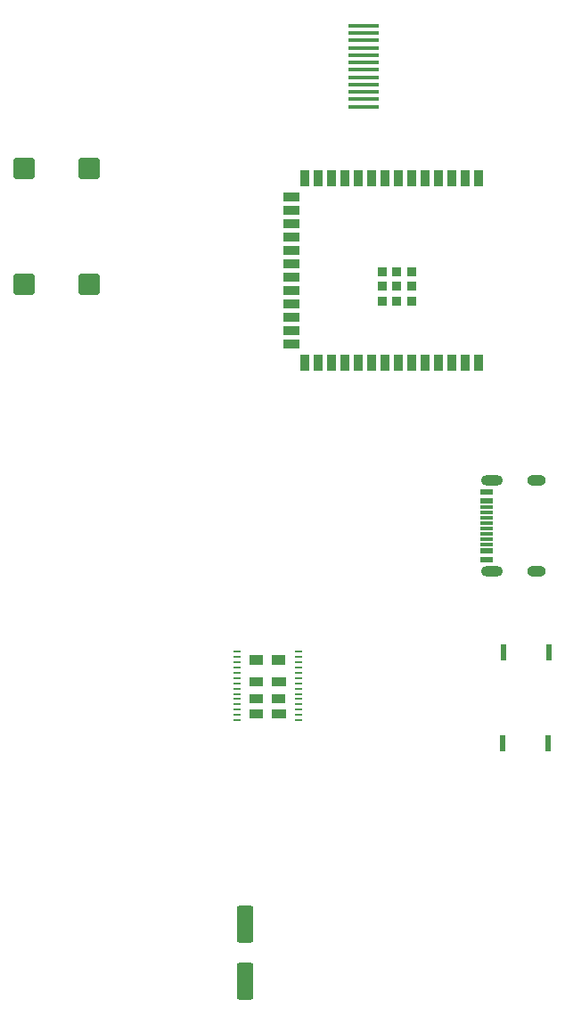
<source format=gbr>
%TF.GenerationSoftware,KiCad,Pcbnew,7.0.2*%
%TF.CreationDate,2024-01-11T01:28:16+01:00*%
%TF.ProjectId,bitaxe_RGZ_204_MOD_C,62697461-7865-45f5-9247-5a5f3230345f,rev?*%
%TF.SameCoordinates,Original*%
%TF.FileFunction,Paste,Bot*%
%TF.FilePolarity,Positive*%
%FSLAX46Y46*%
G04 Gerber Fmt 4.6, Leading zero omitted, Abs format (unit mm)*
G04 Created by KiCad (PCBNEW 7.0.2) date 2024-01-11 01:28:16*
%MOMM*%
%LPD*%
G01*
G04 APERTURE LIST*
G04 Aperture macros list*
%AMRoundRect*
0 Rectangle with rounded corners*
0 $1 Rounding radius*
0 $2 $3 $4 $5 $6 $7 $8 $9 X,Y pos of 4 corners*
0 Add a 4 corners polygon primitive as box body*
4,1,4,$2,$3,$4,$5,$6,$7,$8,$9,$2,$3,0*
0 Add four circle primitives for the rounded corners*
1,1,$1+$1,$2,$3*
1,1,$1+$1,$4,$5*
1,1,$1+$1,$6,$7*
1,1,$1+$1,$8,$9*
0 Add four rect primitives between the rounded corners*
20,1,$1+$1,$2,$3,$4,$5,0*
20,1,$1+$1,$4,$5,$6,$7,0*
20,1,$1+$1,$6,$7,$8,$9,0*
20,1,$1+$1,$8,$9,$2,$3,0*%
G04 Aperture macros list end*
%ADD10C,0.001000*%
%ADD11R,3.000000X0.350000*%
%ADD12R,1.150000X0.600000*%
%ADD13R,1.150000X0.300000*%
%ADD14O,1.800000X1.000000*%
%ADD15O,2.100000X1.000000*%
%ADD16R,0.900000X1.500000*%
%ADD17R,1.500000X0.900000*%
%ADD18R,0.900000X0.900000*%
%ADD19R,0.792000X0.221000*%
%ADD20RoundRect,0.250000X-0.550000X1.500000X-0.550000X-1.500000X0.550000X-1.500000X0.550000X1.500000X0*%
%ADD21RoundRect,0.250000X0.750000X-0.750000X0.750000X0.750000X-0.750000X0.750000X-0.750000X-0.750000X0*%
%ADD22R,0.508000X1.524000*%
G04 APERTURE END LIST*
D10*
%TO.C,U14*%
X107242000Y-118273000D02*
X106042000Y-118273000D01*
X106042000Y-118273000D02*
X106042000Y-119063000D01*
X106042000Y-119063000D02*
X107242000Y-119063000D01*
X107242000Y-119063000D02*
X107242000Y-118273000D01*
G36*
X107242000Y-118273000D02*
G01*
X106042000Y-118273000D01*
X106042000Y-119063000D01*
X107242000Y-119063000D01*
X107242000Y-118273000D01*
G37*
X107242000Y-115243000D02*
X106042000Y-115243000D01*
X106042000Y-115243000D02*
X106042000Y-116033000D01*
X106042000Y-116033000D02*
X107242000Y-116033000D01*
X107242000Y-116033000D02*
X107242000Y-115243000D01*
G36*
X107242000Y-115243000D02*
G01*
X106042000Y-115243000D01*
X106042000Y-116033000D01*
X107242000Y-116033000D01*
X107242000Y-115243000D01*
G37*
X107222000Y-116833000D02*
X106022000Y-116833000D01*
X106022000Y-116833000D02*
X106022000Y-117623000D01*
X106022000Y-117623000D02*
X107222000Y-117623000D01*
X107222000Y-117623000D02*
X107222000Y-116833000D01*
G36*
X107222000Y-116833000D02*
G01*
X106022000Y-116833000D01*
X106022000Y-117623000D01*
X107222000Y-117623000D01*
X107222000Y-116833000D01*
G37*
X107192000Y-113163000D02*
X105992000Y-113163000D01*
X105992000Y-113163000D02*
X105992000Y-113953000D01*
X105992000Y-113953000D02*
X107192000Y-113953000D01*
X107192000Y-113953000D02*
X107192000Y-113163000D01*
G36*
X107192000Y-113163000D02*
G01*
X105992000Y-113163000D01*
X105992000Y-113953000D01*
X107192000Y-113953000D01*
X107192000Y-113163000D01*
G37*
X105112000Y-118268000D02*
X103912000Y-118268000D01*
X103912000Y-118268000D02*
X103912000Y-119058000D01*
X103912000Y-119058000D02*
X105112000Y-119058000D01*
X105112000Y-119058000D02*
X105112000Y-118268000D01*
G36*
X105112000Y-118268000D02*
G01*
X103912000Y-118268000D01*
X103912000Y-119058000D01*
X105112000Y-119058000D01*
X105112000Y-118268000D01*
G37*
X105112000Y-115238000D02*
X103912000Y-115238000D01*
X103912000Y-115238000D02*
X103912000Y-116028000D01*
X103912000Y-116028000D02*
X105112000Y-116028000D01*
X105112000Y-116028000D02*
X105112000Y-115238000D01*
G36*
X105112000Y-115238000D02*
G01*
X103912000Y-115238000D01*
X103912000Y-116028000D01*
X105112000Y-116028000D01*
X105112000Y-115238000D01*
G37*
X105092000Y-116828000D02*
X103892000Y-116828000D01*
X103892000Y-116828000D02*
X103892000Y-117618000D01*
X103892000Y-117618000D02*
X105092000Y-117618000D01*
X105092000Y-117618000D02*
X105092000Y-116828000D01*
G36*
X105092000Y-116828000D02*
G01*
X103892000Y-116828000D01*
X103892000Y-117618000D01*
X105092000Y-117618000D01*
X105092000Y-116828000D01*
G37*
X105062000Y-113158000D02*
X103862000Y-113158000D01*
X103862000Y-113158000D02*
X103862000Y-113948000D01*
X103862000Y-113948000D02*
X105062000Y-113948000D01*
X105062000Y-113948000D02*
X105062000Y-113158000D01*
G36*
X105062000Y-113158000D02*
G01*
X103862000Y-113158000D01*
X103862000Y-113948000D01*
X105062000Y-113948000D01*
X105062000Y-113158000D01*
G37*
%TD*%
D11*
%TO.C,U4*%
X114751248Y-61040627D03*
X114751248Y-60340627D03*
X114751248Y-59640627D03*
X114751248Y-58940627D03*
X114751248Y-58240627D03*
X114751248Y-57540627D03*
X114751248Y-56840627D03*
X114751248Y-56140627D03*
X114751248Y-55440627D03*
X114751248Y-54740627D03*
X114751248Y-54040627D03*
X114751248Y-53340627D03*
%TD*%
D12*
%TO.C,J8*%
X126368000Y-97650000D03*
X126368000Y-98450000D03*
D13*
X126368000Y-99600000D03*
X126368000Y-100600000D03*
X126368000Y-101100000D03*
X126368000Y-102100000D03*
D12*
X126368000Y-103250000D03*
X126368000Y-104050000D03*
X126368000Y-104050000D03*
X126368000Y-103250000D03*
D13*
X126368000Y-102600000D03*
X126368000Y-101600000D03*
X126368000Y-100100000D03*
X126368000Y-99100000D03*
D12*
X126368000Y-98450000D03*
X126368000Y-97650000D03*
D14*
X131123000Y-96530000D03*
D15*
X126943000Y-96530000D03*
D14*
X131123000Y-105170000D03*
D15*
X126943000Y-105170000D03*
%TD*%
D16*
%TO.C,U12*%
X125603000Y-85344000D03*
X124333000Y-85344000D03*
X123063000Y-85344000D03*
X121793000Y-85344000D03*
X120523000Y-85344000D03*
X119253000Y-85344000D03*
X117983000Y-85344000D03*
X116713000Y-85344000D03*
X115443000Y-85344000D03*
X114173000Y-85344000D03*
X112903000Y-85344000D03*
X111633000Y-85344000D03*
X110363000Y-85344000D03*
X109093000Y-85344000D03*
D17*
X107843000Y-83579000D03*
X107843000Y-82309000D03*
X107843000Y-81039000D03*
X107843000Y-79769000D03*
X107843000Y-78499000D03*
X107843000Y-77229000D03*
X107843000Y-75959000D03*
X107843000Y-74689000D03*
X107843000Y-73419000D03*
X107843000Y-72149000D03*
X107843000Y-70879000D03*
X107843000Y-69609000D03*
D16*
X109093000Y-67844000D03*
X110363000Y-67844000D03*
X111633000Y-67844000D03*
X112903000Y-67844000D03*
X114173000Y-67844000D03*
X115443000Y-67844000D03*
X116713000Y-67844000D03*
X117983000Y-67844000D03*
X119253000Y-67844000D03*
X120523000Y-67844000D03*
X121793000Y-67844000D03*
X123063000Y-67844000D03*
X124333000Y-67844000D03*
X125603000Y-67844000D03*
D18*
X116483000Y-79494000D03*
X117883000Y-79494000D03*
X119283000Y-79494000D03*
X116483000Y-78094000D03*
X117883000Y-78094000D03*
X119283000Y-78094000D03*
X116483000Y-76694000D03*
X117883000Y-76694000D03*
X119283000Y-76694000D03*
%TD*%
D19*
%TO.C,U14*%
X108528000Y-112805000D03*
X108528000Y-113307000D03*
X108528000Y-113809000D03*
X108528000Y-114311000D03*
X108528000Y-114813000D03*
X108528000Y-115315000D03*
X108528000Y-115817000D03*
X108528000Y-116319000D03*
X108528000Y-116821000D03*
X108528000Y-117323000D03*
X108528000Y-117825000D03*
X108528000Y-118327000D03*
X108528000Y-118829000D03*
X108528000Y-119331000D03*
X102696000Y-119318000D03*
X102696000Y-118818000D03*
X102696000Y-118318000D03*
X102696000Y-117818000D03*
X102696000Y-117318000D03*
X102696000Y-116821000D03*
X102696000Y-116318000D03*
X102696000Y-115817000D03*
X102696000Y-115315000D03*
X102696000Y-114813000D03*
X102696000Y-114311000D03*
X102696000Y-113818000D03*
X102696000Y-113307000D03*
X102696000Y-112818000D03*
%TD*%
D20*
%TO.C,C28*%
X103490000Y-138720000D03*
X103490000Y-144120000D03*
%TD*%
D21*
%TO.C,J1*%
X82458000Y-77942000D03*
X88608000Y-77942000D03*
X82458000Y-66942000D03*
X88608000Y-66942000D03*
%TD*%
D22*
%TO.C,SW1*%
X132345000Y-112842000D03*
X128027000Y-112842000D03*
%TD*%
%TO.C,SW2*%
X132241000Y-121549000D03*
X127923000Y-121549000D03*
%TD*%
M02*

</source>
